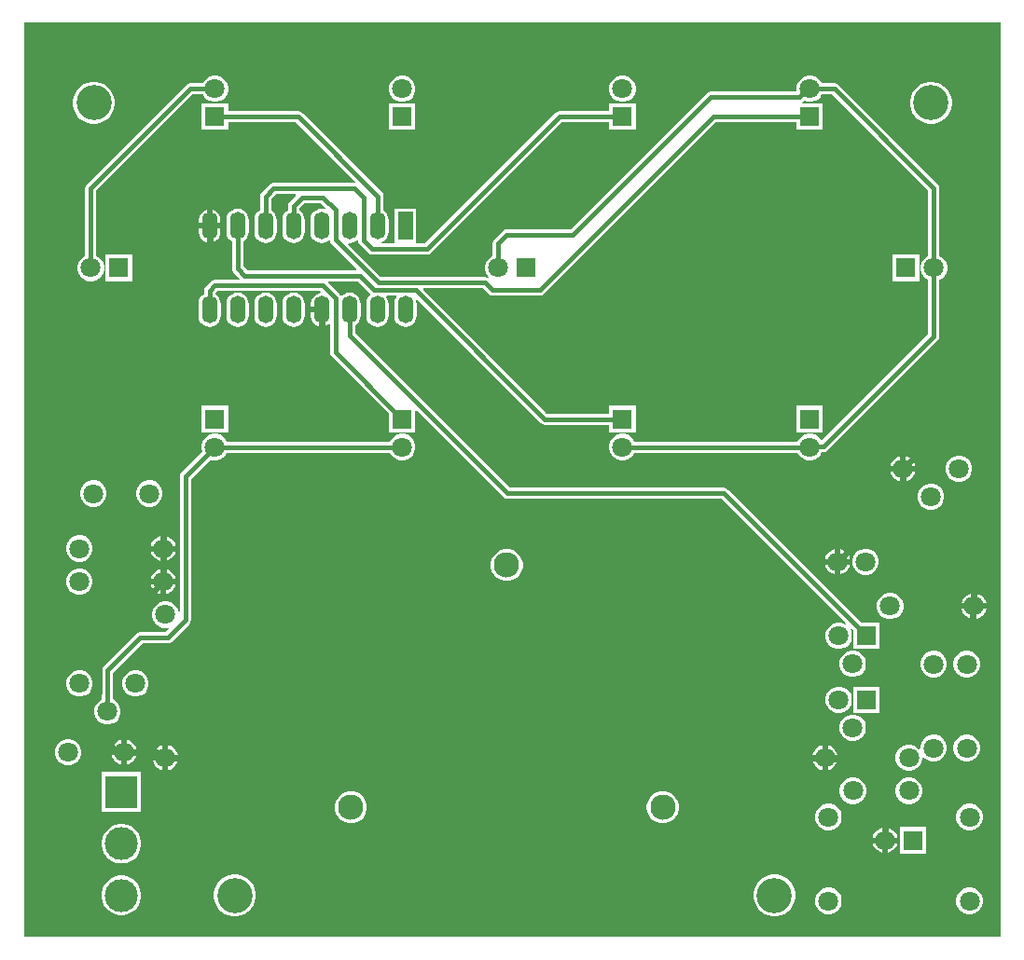
<source format=gbl>
G04*
G04 #@! TF.GenerationSoftware,Altium Limited,Altium Designer,22.1.2 (22)*
G04*
G04 Layer_Physical_Order=2*
G04 Layer_Color=16711680*
%FSLAX25Y25*%
%MOIN*%
G70*
G04*
G04 #@! TF.SameCoordinates,0AB73392-B4F8-4B41-AFD0-4ADCA8AC720B*
G04*
G04*
G04 #@! TF.FilePolarity,Positive*
G04*
G01*
G75*
%ADD13C,0.01575*%
%ADD23C,0.02362*%
%ADD24R,0.07087X0.07087*%
%ADD25C,0.07087*%
%ADD26R,0.07087X0.07087*%
%ADD27R,0.11811X0.11811*%
%ADD28C,0.11811*%
%ADD29C,0.12598*%
%ADD30C,0.09055*%
%ADD31R,0.05512X0.09843*%
%ADD32O,0.05512X0.09843*%
G36*
X349591Y803D02*
X803D01*
Y327937D01*
X349591D01*
Y803D01*
D02*
G37*
%LPC*%
G36*
X215189Y308937D02*
X213945D01*
X212743Y308615D01*
X211666Y307993D01*
X210787Y307113D01*
X210164Y306036D01*
X209842Y304835D01*
Y303591D01*
X210164Y302389D01*
X210787Y301312D01*
X211666Y300432D01*
X212743Y299810D01*
X213945Y299488D01*
X215189D01*
X216390Y299810D01*
X217468Y300432D01*
X218347Y301312D01*
X218969Y302389D01*
X219291Y303591D01*
Y304835D01*
X218969Y306036D01*
X218347Y307113D01*
X217468Y307993D01*
X216390Y308615D01*
X215189Y308937D01*
D02*
G37*
G36*
X136449D02*
X135205D01*
X134003Y308615D01*
X132926Y307993D01*
X132046Y307113D01*
X131424Y306036D01*
X131102Y304835D01*
Y303591D01*
X131424Y302389D01*
X132046Y301312D01*
X132926Y300432D01*
X134003Y299810D01*
X135205Y299488D01*
X136449D01*
X137650Y299810D01*
X138728Y300432D01*
X139607Y301312D01*
X140229Y302389D01*
X140551Y303591D01*
Y304835D01*
X140229Y306036D01*
X139607Y307113D01*
X138728Y307993D01*
X137650Y308615D01*
X136449Y308937D01*
D02*
G37*
G36*
X69520D02*
X68276D01*
X67074Y308615D01*
X65997Y307993D01*
X65117Y307113D01*
X64601Y306220D01*
X60118D01*
X59350Y306067D01*
X58699Y305632D01*
X23108Y270041D01*
X22673Y269390D01*
X22521Y268622D01*
Y244454D01*
X21627Y243938D01*
X20747Y243058D01*
X20125Y241981D01*
X19803Y240779D01*
Y239535D01*
X20125Y238334D01*
X20747Y237257D01*
X21627Y236377D01*
X22704Y235755D01*
X23906Y235433D01*
X25150D01*
X26351Y235755D01*
X27428Y236377D01*
X28308Y237257D01*
X28930Y238334D01*
X29252Y239535D01*
Y240779D01*
X28930Y241981D01*
X28308Y243058D01*
X27428Y243938D01*
X26535Y244454D01*
Y267791D01*
X60949Y302205D01*
X64601D01*
X65117Y301312D01*
X65997Y300432D01*
X67074Y299810D01*
X68276Y299488D01*
X69520D01*
X70721Y299810D01*
X71798Y300432D01*
X72678Y301312D01*
X73300Y302389D01*
X73622Y303591D01*
Y304835D01*
X73300Y306036D01*
X72678Y307113D01*
X71798Y307993D01*
X70721Y308615D01*
X69520Y308937D01*
D02*
G37*
G36*
X325540Y306693D02*
X324066D01*
X322621Y306405D01*
X321260Y305842D01*
X320035Y305023D01*
X318993Y303981D01*
X318174Y302756D01*
X317610Y301395D01*
X317323Y299949D01*
Y298476D01*
X317610Y297031D01*
X318174Y295669D01*
X318993Y294444D01*
X320035Y293402D01*
X321260Y292584D01*
X322621Y292020D01*
X324066Y291732D01*
X325540D01*
X326985Y292020D01*
X328346Y292584D01*
X329572Y293402D01*
X330613Y294444D01*
X331432Y295669D01*
X331996Y297031D01*
X332283Y298476D01*
Y299949D01*
X331996Y301395D01*
X331432Y302756D01*
X330613Y303981D01*
X329572Y305023D01*
X328346Y305842D01*
X326985Y306405D01*
X325540Y306693D01*
D02*
G37*
G36*
X26327D02*
X24854D01*
X23409Y306405D01*
X22047Y305842D01*
X20822Y305023D01*
X19780Y303981D01*
X18962Y302756D01*
X18398Y301395D01*
X18110Y299949D01*
Y298476D01*
X18398Y297031D01*
X18962Y295669D01*
X19780Y294444D01*
X20822Y293402D01*
X22047Y292584D01*
X23409Y292020D01*
X24854Y291732D01*
X26327D01*
X27772Y292020D01*
X29134Y292584D01*
X30359Y293402D01*
X31401Y294444D01*
X32219Y295669D01*
X32783Y297031D01*
X33071Y298476D01*
Y299949D01*
X32783Y301395D01*
X32219Y302756D01*
X31401Y303981D01*
X30359Y305023D01*
X29134Y305842D01*
X27772Y306405D01*
X26327Y306693D01*
D02*
G37*
G36*
X140551Y298937D02*
X131102D01*
Y289488D01*
X140551D01*
Y298937D01*
D02*
G37*
G36*
X67968Y260974D02*
Y256157D01*
X70757D01*
Y257323D01*
X70628Y258303D01*
X70249Y259217D01*
X69647Y260002D01*
X68863Y260604D01*
X67968Y260974D01*
D02*
G37*
G36*
X65969Y260974D02*
X65074Y260604D01*
X64290Y260002D01*
X63688Y259217D01*
X63309Y258303D01*
X63180Y257323D01*
Y256157D01*
X65969D01*
Y260974D01*
D02*
G37*
G36*
X70757Y254157D02*
X67968D01*
Y249341D01*
X68863Y249711D01*
X69647Y250313D01*
X70249Y251098D01*
X70628Y252012D01*
X70757Y252992D01*
Y254157D01*
D02*
G37*
G36*
X65969D02*
X63180D01*
Y252992D01*
X63309Y252012D01*
X63688Y251098D01*
X64290Y250313D01*
X65074Y249711D01*
X65969Y249341D01*
Y254157D01*
D02*
G37*
G36*
X320590Y244882D02*
X311142D01*
Y235433D01*
X320590D01*
Y244882D01*
D02*
G37*
G36*
X39252D02*
X29803D01*
Y235433D01*
X39252D01*
Y244882D01*
D02*
G37*
G36*
X105968Y224158D02*
X103180D01*
Y222992D01*
X103309Y222012D01*
X103688Y221098D01*
X104290Y220313D01*
X105074Y219711D01*
X105968Y219341D01*
Y224158D01*
D02*
G37*
G36*
X96969Y231294D02*
X95941Y231158D01*
X94983Y230762D01*
X94161Y230131D01*
X93529Y229308D01*
X93133Y228351D01*
X92997Y227323D01*
Y222992D01*
X93133Y221964D01*
X93529Y221007D01*
X94161Y220184D01*
X94983Y219553D01*
X95941Y219157D01*
X96969Y219021D01*
X97996Y219157D01*
X98954Y219553D01*
X99776Y220184D01*
X100407Y221007D01*
X100804Y221964D01*
X100940Y222992D01*
Y227323D01*
X100804Y228351D01*
X100407Y229308D01*
X99776Y230131D01*
X98954Y230762D01*
X97996Y231158D01*
X96969Y231294D01*
D02*
G37*
G36*
X86968D02*
X85941Y231158D01*
X84983Y230762D01*
X84161Y230131D01*
X83530Y229308D01*
X83133Y228351D01*
X82998Y227323D01*
Y222992D01*
X83133Y221964D01*
X83530Y221007D01*
X84161Y220184D01*
X84983Y219553D01*
X85941Y219157D01*
X86968Y219021D01*
X87996Y219157D01*
X88954Y219553D01*
X89776Y220184D01*
X90407Y221007D01*
X90804Y221964D01*
X90939Y222992D01*
Y227323D01*
X90804Y228351D01*
X90407Y229308D01*
X89776Y230131D01*
X88954Y230762D01*
X87996Y231158D01*
X86968Y231294D01*
D02*
G37*
G36*
X76968D02*
X75941Y231158D01*
X74983Y230762D01*
X74161Y230131D01*
X73529Y229308D01*
X73133Y228351D01*
X72997Y227323D01*
Y222992D01*
X73133Y221964D01*
X73529Y221007D01*
X74161Y220184D01*
X74983Y219553D01*
X75941Y219157D01*
X76968Y219021D01*
X77996Y219157D01*
X78954Y219553D01*
X79776Y220184D01*
X80407Y221007D01*
X80804Y221964D01*
X80940Y222992D01*
Y227323D01*
X80804Y228351D01*
X80407Y229308D01*
X79776Y230131D01*
X78954Y230762D01*
X77996Y231158D01*
X76968Y231294D01*
D02*
G37*
G36*
X286220Y190827D02*
X276772D01*
Y181378D01*
X286220D01*
Y190827D01*
D02*
G37*
G36*
X73622D02*
X64173D01*
Y181378D01*
X73622D01*
Y190827D01*
D02*
G37*
G36*
X282118Y308937D02*
X280874D01*
X279673Y308615D01*
X278595Y307993D01*
X277716Y307113D01*
X277094Y306036D01*
X276772Y304835D01*
Y303591D01*
X276779Y303565D01*
X276474Y303168D01*
X246043D01*
X245275Y303015D01*
X244624Y302580D01*
X196019Y253976D01*
X173228D01*
X172460Y253823D01*
X171809Y253388D01*
X168778Y250356D01*
X168342Y249705D01*
X168190Y248937D01*
Y244454D01*
X167296Y243938D01*
X166416Y243058D01*
X165794Y241981D01*
X165472Y240779D01*
Y239535D01*
X165794Y238334D01*
X166416Y237257D01*
X166657Y237016D01*
X166339Y236627D01*
X166258Y236681D01*
X165490Y236834D01*
X128209D01*
X116459Y248584D01*
X116693Y249057D01*
X116969Y249021D01*
X117996Y249156D01*
X118954Y249553D01*
X119540Y250003D01*
X119633Y250002D01*
X120082Y249790D01*
X120193Y249232D01*
X120628Y248581D01*
X123778Y245431D01*
X124429Y244996D01*
X125197Y244843D01*
X144682D01*
X145450Y244996D01*
X146101Y245431D01*
X192876Y292206D01*
X209842D01*
Y289488D01*
X219291D01*
Y298937D01*
X209842D01*
Y296220D01*
X192044D01*
X191276Y296067D01*
X190625Y295632D01*
X143851Y248857D01*
X141324D01*
X140905Y249055D01*
X140905Y249358D01*
Y261260D01*
X133031D01*
Y249358D01*
X133031Y249055D01*
X132613Y248857D01*
X128581D01*
X128481Y249358D01*
X128954Y249553D01*
X129776Y250184D01*
X130407Y251007D01*
X130804Y251964D01*
X130939Y252992D01*
Y257323D01*
X130804Y258351D01*
X130407Y259308D01*
X129776Y260131D01*
X129172Y260594D01*
Y265748D01*
X129020Y266516D01*
X128585Y267167D01*
X100120Y295632D01*
X99469Y296067D01*
X98701Y296220D01*
X73622D01*
Y298937D01*
X64173D01*
Y289488D01*
X73622D01*
Y292206D01*
X97869D01*
X119093Y270982D01*
X118937Y270605D01*
X118857Y270511D01*
X89764D01*
X88996Y270358D01*
X88345Y269923D01*
X85589Y267167D01*
X85154Y266516D01*
X85001Y265748D01*
Y260769D01*
X84983Y260762D01*
X84161Y260131D01*
X83530Y259308D01*
X83133Y258351D01*
X82998Y257323D01*
Y252992D01*
X83133Y251964D01*
X83530Y251007D01*
X84161Y250184D01*
X84983Y249553D01*
X85941Y249156D01*
X86968Y249021D01*
X87996Y249156D01*
X88954Y249553D01*
X89776Y250184D01*
X90407Y251007D01*
X90804Y251964D01*
X90939Y252992D01*
Y257323D01*
X90804Y258351D01*
X90407Y259308D01*
X89776Y260131D01*
X89015Y260715D01*
Y264917D01*
X90595Y266497D01*
X97651D01*
X97842Y266035D01*
X95549Y263742D01*
X95114Y263091D01*
X94961Y262323D01*
Y260745D01*
X94161Y260131D01*
X93529Y259308D01*
X93133Y258351D01*
X92997Y257323D01*
Y252992D01*
X93133Y251964D01*
X93529Y251007D01*
X94161Y250184D01*
X94983Y249553D01*
X95941Y249156D01*
X96969Y249021D01*
X97996Y249156D01*
X98954Y249553D01*
X99776Y250184D01*
X100407Y251007D01*
X100804Y251964D01*
X100940Y252992D01*
Y257323D01*
X100804Y258351D01*
X100407Y259308D01*
X99776Y260131D01*
X98976Y260745D01*
Y261491D01*
X100831Y263347D01*
X106649D01*
X108509Y261487D01*
X108226Y261064D01*
X107996Y261158D01*
X106968Y261294D01*
X105941Y261158D01*
X104983Y260762D01*
X104161Y260131D01*
X103530Y259308D01*
X103133Y258351D01*
X102998Y257323D01*
Y252992D01*
X103133Y251964D01*
X103530Y251007D01*
X104161Y250184D01*
X104983Y249553D01*
X105941Y249156D01*
X106968Y249021D01*
X107996Y249156D01*
X108954Y249553D01*
X109531Y249996D01*
X110082Y249789D01*
X110154Y249429D01*
X110589Y248778D01*
X119496Y239871D01*
X119304Y239409D01*
X80359D01*
X78976Y240792D01*
Y249570D01*
X79776Y250184D01*
X80407Y251007D01*
X80804Y251964D01*
X80940Y252992D01*
Y257323D01*
X80804Y258351D01*
X80407Y259308D01*
X79776Y260131D01*
X78954Y260762D01*
X77996Y261158D01*
X76968Y261294D01*
X75941Y261158D01*
X74983Y260762D01*
X74161Y260131D01*
X73529Y259308D01*
X73133Y258351D01*
X72997Y257323D01*
Y252992D01*
X73133Y251964D01*
X73529Y251007D01*
X74161Y250184D01*
X74961Y249570D01*
Y239961D01*
X75114Y239193D01*
X75549Y238541D01*
X77725Y236365D01*
X77518Y235865D01*
X68898D01*
X68130Y235713D01*
X67478Y235278D01*
X65549Y233348D01*
X65114Y232697D01*
X64961Y231929D01*
Y230745D01*
X64161Y230131D01*
X63529Y229308D01*
X63133Y228351D01*
X62998Y227323D01*
Y222992D01*
X63133Y221964D01*
X63529Y221007D01*
X64161Y220184D01*
X64983Y219553D01*
X65941Y219157D01*
X66969Y219021D01*
X67996Y219157D01*
X68954Y219553D01*
X69776Y220184D01*
X70407Y221007D01*
X70804Y221964D01*
X70939Y222992D01*
Y227323D01*
X70804Y228351D01*
X70407Y229308D01*
X69776Y230131D01*
X69100Y230649D01*
X69075Y231197D01*
X69729Y231851D01*
X106495D01*
X106736Y231551D01*
X106551Y231056D01*
X105988Y230982D01*
X105074Y230604D01*
X104290Y230002D01*
X103688Y229217D01*
X103309Y228303D01*
X103180Y227323D01*
Y226157D01*
X106968D01*
Y225157D01*
X107968D01*
Y219341D01*
X108863Y219711D01*
X109501Y220201D01*
X110001Y220002D01*
Y209921D01*
X110154Y209153D01*
X110589Y208502D01*
X131102Y187988D01*
Y181378D01*
X140551D01*
Y189028D01*
X141013Y189219D01*
X172065Y158167D01*
X172716Y157732D01*
X173484Y157580D01*
X249976D01*
X294521Y113034D01*
X294215Y112634D01*
X293674Y112946D01*
X292472Y113268D01*
X291228D01*
X290027Y112946D01*
X288949Y112324D01*
X288070Y111444D01*
X287448Y110367D01*
X287126Y109165D01*
Y107921D01*
X287448Y106720D01*
X288070Y105642D01*
X288949Y104763D01*
X290027Y104141D01*
X291228Y103819D01*
X292472D01*
X293674Y104141D01*
X294751Y104763D01*
X295631Y105642D01*
X296253Y106720D01*
X296575Y107921D01*
Y109165D01*
X296253Y110367D01*
X295941Y110907D01*
X296341Y111214D01*
X297126Y110429D01*
Y103819D01*
X306575D01*
Y113268D01*
X299964D01*
X252226Y161006D01*
X251575Y161441D01*
X250807Y161594D01*
X174316D01*
X118976Y216934D01*
Y219570D01*
X119776Y220184D01*
X120407Y221007D01*
X120804Y221964D01*
X120940Y222992D01*
Y227323D01*
X120804Y228351D01*
X120407Y229308D01*
X119776Y230131D01*
X118954Y230762D01*
X117996Y231158D01*
X116969Y231294D01*
X115941Y231158D01*
X114983Y230762D01*
X114316Y230250D01*
X114293Y230243D01*
X113812Y230293D01*
X113696Y230347D01*
X113427Y230750D01*
X109283Y234894D01*
X109490Y235395D01*
X119820D01*
X124327Y230888D01*
X124403Y230619D01*
X124412Y230324D01*
X124161Y230131D01*
X123530Y229308D01*
X123133Y228351D01*
X122997Y227323D01*
Y222992D01*
X123133Y221964D01*
X123530Y221007D01*
X124161Y220184D01*
X124983Y219553D01*
X125941Y219157D01*
X126969Y219021D01*
X127996Y219157D01*
X128954Y219553D01*
X129776Y220184D01*
X130407Y221007D01*
X130804Y221964D01*
X130939Y222992D01*
Y227323D01*
X130804Y228351D01*
X130407Y229308D01*
X130072Y229745D01*
X130319Y230245D01*
X133618D01*
X133864Y229745D01*
X133529Y229308D01*
X133133Y228351D01*
X132998Y227323D01*
Y222992D01*
X133133Y221964D01*
X133529Y221007D01*
X134161Y220184D01*
X134983Y219553D01*
X135941Y219157D01*
X136969Y219021D01*
X137996Y219157D01*
X138954Y219553D01*
X139776Y220184D01*
X140407Y221007D01*
X140804Y221964D01*
X140939Y222992D01*
Y227323D01*
X140804Y228351D01*
X140709Y228580D01*
X141133Y228863D01*
X185313Y184683D01*
X185964Y184248D01*
X186732Y184095D01*
X209842D01*
Y181378D01*
X219291D01*
Y190827D01*
X209842D01*
Y188109D01*
X187564D01*
X143315Y232358D01*
X143507Y232820D01*
X164659D01*
X166614Y230864D01*
X167265Y230429D01*
X168033Y230276D01*
X185039D01*
X185807Y230429D01*
X186459Y230864D01*
X247800Y292206D01*
X276772D01*
Y289488D01*
X286220D01*
Y298937D01*
X278932D01*
X278780Y299437D01*
X279237Y299742D01*
X279439Y299945D01*
X279673Y299810D01*
X280874Y299488D01*
X282118D01*
X283320Y299810D01*
X284397Y300432D01*
X285277Y301312D01*
X285792Y302205D01*
X289444D01*
X323859Y267791D01*
Y244454D01*
X322965Y243938D01*
X322086Y243058D01*
X321464Y241981D01*
X321142Y240779D01*
Y239535D01*
X321464Y238334D01*
X322086Y237257D01*
X322965Y236377D01*
X323859Y235861D01*
Y216461D01*
X285979Y178581D01*
X285483Y178646D01*
X285277Y179003D01*
X284397Y179883D01*
X283320Y180505D01*
X282118Y180827D01*
X280874D01*
X279673Y180505D01*
X278595Y179883D01*
X277716Y179003D01*
X277200Y178109D01*
X218863D01*
X218347Y179003D01*
X217468Y179883D01*
X216390Y180505D01*
X215189Y180827D01*
X213945D01*
X212743Y180505D01*
X211666Y179883D01*
X210787Y179003D01*
X210164Y177926D01*
X209842Y176724D01*
Y175480D01*
X210164Y174279D01*
X210787Y173202D01*
X211666Y172322D01*
X212743Y171700D01*
X213945Y171378D01*
X215189D01*
X216390Y171700D01*
X217468Y172322D01*
X218347Y173202D01*
X218863Y174095D01*
X277200D01*
X277716Y173202D01*
X278595Y172322D01*
X279673Y171700D01*
X280874Y171378D01*
X282118D01*
X283320Y171700D01*
X284397Y172322D01*
X285277Y173202D01*
X285874Y174236D01*
X286479D01*
X287247Y174389D01*
X287898Y174824D01*
X327285Y214211D01*
X327720Y214862D01*
X327873Y215630D01*
Y235861D01*
X328767Y236377D01*
X329647Y237257D01*
X330269Y238334D01*
X330591Y239535D01*
Y240779D01*
X330269Y241981D01*
X329647Y243058D01*
X328767Y243938D01*
X327873Y244454D01*
Y268622D01*
X327720Y269390D01*
X327285Y270041D01*
X291695Y305632D01*
X291044Y306067D01*
X290276Y306220D01*
X285792D01*
X285277Y307113D01*
X284397Y307993D01*
X283320Y308615D01*
X282118Y308937D01*
D02*
G37*
G36*
X136449Y180827D02*
X135205D01*
X134003Y180505D01*
X132926Y179883D01*
X132046Y179003D01*
X131530Y178109D01*
X73194D01*
X72678Y179003D01*
X71798Y179883D01*
X70721Y180505D01*
X69520Y180827D01*
X68276D01*
X67074Y180505D01*
X65997Y179883D01*
X65117Y179003D01*
X64495Y177926D01*
X64173Y176724D01*
Y175480D01*
X64440Y174484D01*
X56878Y166921D01*
X56443Y166270D01*
X56290Y165502D01*
Y117261D01*
X55790Y117195D01*
X55584Y117965D01*
X54962Y119043D01*
X54082Y119922D01*
X53005Y120544D01*
X51803Y120866D01*
X50559D01*
X49358Y120544D01*
X48280Y119922D01*
X47401Y119043D01*
X46779Y117965D01*
X46457Y116764D01*
Y115520D01*
X46779Y114318D01*
X47401Y113241D01*
X48280Y112361D01*
X49358Y111739D01*
X50559Y111417D01*
X51803D01*
X52059Y111486D01*
X52309Y111053D01*
X51137Y109881D01*
X42126D01*
X41358Y109728D01*
X40707Y109293D01*
X29093Y97679D01*
X28657Y97028D01*
X28505Y96260D01*
Y85832D01*
X27611Y85316D01*
X26731Y84436D01*
X26109Y83359D01*
X25787Y82157D01*
Y80914D01*
X26109Y79712D01*
X26731Y78635D01*
X27611Y77755D01*
X28688Y77133D01*
X29890Y76811D01*
X31134D01*
X32335Y77133D01*
X33413Y77755D01*
X34292Y78635D01*
X34914Y79712D01*
X35236Y80914D01*
Y82157D01*
X34914Y83359D01*
X34292Y84436D01*
X33413Y85316D01*
X32519Y85832D01*
Y95429D01*
X42957Y105867D01*
X51968D01*
X52737Y106020D01*
X53388Y106455D01*
X59716Y112783D01*
X60151Y113434D01*
X60304Y114202D01*
Y164670D01*
X67279Y171645D01*
X68276Y171378D01*
X69520D01*
X70721Y171700D01*
X71798Y172322D01*
X72678Y173202D01*
X73194Y174095D01*
X131530D01*
X132046Y173202D01*
X132926Y172322D01*
X134003Y171700D01*
X135205Y171378D01*
X136449D01*
X137650Y171700D01*
X138728Y172322D01*
X139607Y173202D01*
X140229Y174279D01*
X140551Y175480D01*
Y176724D01*
X140229Y177926D01*
X139607Y179003D01*
X138728Y179883D01*
X137650Y180505D01*
X136449Y180827D01*
D02*
G37*
G36*
X315803Y172743D02*
Y169307D01*
X319239D01*
X319037Y170061D01*
X318439Y171097D01*
X317593Y171943D01*
X316557Y172541D01*
X315803Y172743D01*
D02*
G37*
G36*
X313803D02*
X313050Y172541D01*
X312014Y171943D01*
X311168Y171097D01*
X310570Y170061D01*
X310367Y169307D01*
X313803D01*
Y172743D01*
D02*
G37*
G36*
X319239Y167307D02*
X315803D01*
Y163872D01*
X316557Y164073D01*
X317593Y164672D01*
X318439Y165517D01*
X319037Y166553D01*
X319239Y167307D01*
D02*
G37*
G36*
X313803D02*
X310367D01*
X310570Y166553D01*
X311168Y165517D01*
X312014Y164672D01*
X313050Y164073D01*
X313803Y163872D01*
Y167307D01*
D02*
G37*
G36*
X335425Y173031D02*
X334181D01*
X332980Y172710D01*
X331902Y172088D01*
X331023Y171208D01*
X330401Y170131D01*
X330079Y168929D01*
Y167685D01*
X330401Y166483D01*
X331023Y165406D01*
X331902Y164527D01*
X332980Y163905D01*
X334181Y163583D01*
X335425D01*
X336627Y163905D01*
X337704Y164527D01*
X338584Y165406D01*
X339206Y166483D01*
X339528Y167685D01*
Y168929D01*
X339206Y170131D01*
X338584Y171208D01*
X337704Y172088D01*
X336627Y172710D01*
X335425Y173031D01*
D02*
G37*
G36*
X46055Y164173D02*
X44811D01*
X43609Y163851D01*
X42532Y163229D01*
X41653Y162350D01*
X41031Y161272D01*
X40709Y160071D01*
Y158827D01*
X41031Y157625D01*
X41653Y156548D01*
X42532Y155668D01*
X43609Y155046D01*
X44811Y154724D01*
X46055D01*
X47257Y155046D01*
X48334Y155668D01*
X49213Y156548D01*
X49836Y157625D01*
X50157Y158827D01*
Y160071D01*
X49836Y161272D01*
X49213Y162350D01*
X48334Y163229D01*
X47257Y163851D01*
X46055Y164173D01*
D02*
G37*
G36*
X26055D02*
X24811D01*
X23609Y163851D01*
X22532Y163229D01*
X21653Y162350D01*
X21031Y161272D01*
X20709Y160071D01*
Y158827D01*
X21031Y157625D01*
X21653Y156548D01*
X22532Y155668D01*
X23609Y155046D01*
X24811Y154724D01*
X26055D01*
X27257Y155046D01*
X28334Y155668D01*
X29214Y156548D01*
X29836Y157625D01*
X30158Y158827D01*
Y160071D01*
X29836Y161272D01*
X29214Y162350D01*
X28334Y163229D01*
X27257Y163851D01*
X26055Y164173D01*
D02*
G37*
G36*
X325425Y163031D02*
X324181D01*
X322980Y162709D01*
X321902Y162088D01*
X321023Y161208D01*
X320401Y160131D01*
X320079Y158929D01*
Y157685D01*
X320401Y156483D01*
X321023Y155406D01*
X321902Y154527D01*
X322980Y153905D01*
X324181Y153583D01*
X325425D01*
X326627Y153905D01*
X327704Y154527D01*
X328584Y155406D01*
X329206Y156483D01*
X329528Y157685D01*
Y158929D01*
X329206Y160131D01*
X328584Y161208D01*
X327704Y162088D01*
X326627Y162709D01*
X325425Y163031D01*
D02*
G37*
G36*
X51433Y144199D02*
Y140764D01*
X54869D01*
X54667Y141517D01*
X54069Y142553D01*
X53223Y143399D01*
X52187Y143998D01*
X51433Y144199D01*
D02*
G37*
G36*
X49433Y144199D02*
X48679Y143998D01*
X47643Y143399D01*
X46797Y142553D01*
X46199Y141517D01*
X45997Y140764D01*
X49433D01*
Y144199D01*
D02*
G37*
G36*
X292457Y139475D02*
Y136039D01*
X295892D01*
X295690Y136793D01*
X295092Y137829D01*
X294246Y138675D01*
X293210Y139273D01*
X292457Y139475D01*
D02*
G37*
G36*
X290457Y139475D02*
X289703Y139273D01*
X288667Y138675D01*
X287821Y137829D01*
X287223Y136793D01*
X287021Y136039D01*
X290457D01*
Y139475D01*
D02*
G37*
G36*
X54869Y138764D02*
X51433D01*
Y135328D01*
X52187Y135530D01*
X53223Y136128D01*
X54069Y136974D01*
X54667Y138010D01*
X54869Y138764D01*
D02*
G37*
G36*
X49433D02*
X45997D01*
X46199Y138010D01*
X46797Y136974D01*
X47643Y136128D01*
X48679Y135530D01*
X49433Y135328D01*
Y138764D01*
D02*
G37*
G36*
X21055Y144488D02*
X19811D01*
X18609Y144166D01*
X17532Y143544D01*
X16653Y142665D01*
X16031Y141587D01*
X15709Y140386D01*
Y139142D01*
X16031Y137940D01*
X16653Y136863D01*
X17532Y135983D01*
X18609Y135361D01*
X19811Y135039D01*
X21055D01*
X22257Y135361D01*
X23334Y135983D01*
X24214Y136863D01*
X24836Y137940D01*
X25157Y139142D01*
Y140386D01*
X24836Y141587D01*
X24214Y142665D01*
X23334Y143544D01*
X22257Y144166D01*
X21055Y144488D01*
D02*
G37*
G36*
X290457Y134039D02*
X287021D01*
X287223Y133286D01*
X287821Y132250D01*
X288667Y131404D01*
X289703Y130806D01*
X290457Y130604D01*
Y134039D01*
D02*
G37*
G36*
X295892D02*
X292457D01*
Y130604D01*
X293210Y130806D01*
X294246Y131404D01*
X295092Y132250D01*
X295690Y133286D01*
X295892Y134039D01*
D02*
G37*
G36*
X302079Y139764D02*
X300835D01*
X299633Y139442D01*
X298556Y138820D01*
X297676Y137940D01*
X297054Y136863D01*
X296732Y135661D01*
Y134417D01*
X297054Y133216D01*
X297676Y132139D01*
X298556Y131259D01*
X299633Y130637D01*
X300835Y130315D01*
X302079D01*
X303280Y130637D01*
X304358Y131259D01*
X305237Y132139D01*
X305859Y133216D01*
X306181Y134417D01*
Y135661D01*
X305859Y136863D01*
X305237Y137940D01*
X304358Y138820D01*
X303280Y139442D01*
X302079Y139764D01*
D02*
G37*
G36*
X51433Y132388D02*
Y128953D01*
X54869D01*
X54667Y129706D01*
X54069Y130742D01*
X53223Y131588D01*
X52187Y132186D01*
X51433Y132388D01*
D02*
G37*
G36*
X49433Y132388D02*
X48679Y132186D01*
X47643Y131588D01*
X46797Y130742D01*
X46199Y129706D01*
X45998Y128953D01*
X49433D01*
Y132388D01*
D02*
G37*
G36*
X173980Y139567D02*
X172477D01*
X171025Y139178D01*
X169723Y138426D01*
X168660Y137364D01*
X167909Y136062D01*
X167520Y134610D01*
Y133107D01*
X167909Y131655D01*
X168660Y130353D01*
X169723Y129290D01*
X171025Y128539D01*
X172477Y128150D01*
X173980D01*
X175432Y128539D01*
X176734Y129290D01*
X177796Y130353D01*
X178548Y131655D01*
X178937Y133107D01*
Y134610D01*
X178548Y136062D01*
X177796Y137364D01*
X176734Y138426D01*
X175432Y139178D01*
X173980Y139567D01*
D02*
G37*
G36*
X54869Y126953D02*
X51433D01*
Y123517D01*
X52187Y123719D01*
X53223Y124317D01*
X54069Y125163D01*
X54667Y126199D01*
X54869Y126953D01*
D02*
G37*
G36*
X49433D02*
X45997D01*
X46199Y126199D01*
X46797Y125163D01*
X47643Y124317D01*
X48679Y123719D01*
X49433Y123517D01*
Y126953D01*
D02*
G37*
G36*
X21055Y132677D02*
X19811D01*
X18609Y132355D01*
X17532Y131733D01*
X16653Y130854D01*
X16031Y129776D01*
X15709Y128575D01*
Y127331D01*
X16031Y126129D01*
X16653Y125052D01*
X17532Y124172D01*
X18609Y123550D01*
X19811Y123228D01*
X21055D01*
X22257Y123550D01*
X23334Y124172D01*
X24214Y125052D01*
X24836Y126129D01*
X25157Y127331D01*
Y128575D01*
X24836Y129776D01*
X24214Y130854D01*
X23334Y131733D01*
X22257Y132355D01*
X21055Y132677D01*
D02*
G37*
G36*
X341197Y123628D02*
Y120193D01*
X344633D01*
X344430Y120947D01*
X343832Y121983D01*
X342986Y122828D01*
X341950Y123427D01*
X341197Y123628D01*
D02*
G37*
G36*
X339197Y123628D02*
X338443Y123427D01*
X337407Y122828D01*
X336561Y121983D01*
X335963Y120947D01*
X335761Y120193D01*
X339197D01*
Y123628D01*
D02*
G37*
G36*
Y118193D02*
X335761D01*
X335963Y117439D01*
X336561Y116403D01*
X337407Y115557D01*
X338443Y114959D01*
X339197Y114757D01*
Y118193D01*
D02*
G37*
G36*
X344633D02*
X341197D01*
Y114757D01*
X341950Y114959D01*
X342986Y115557D01*
X343832Y116403D01*
X344430Y117439D01*
X344633Y118193D01*
D02*
G37*
G36*
X310819Y123917D02*
X309575D01*
X308373Y123595D01*
X307296Y122973D01*
X306416Y122094D01*
X305794Y121017D01*
X305472Y119815D01*
Y118571D01*
X305794Y117369D01*
X306416Y116292D01*
X307296Y115412D01*
X308373Y114790D01*
X309575Y114469D01*
X310819D01*
X312020Y114790D01*
X313098Y115412D01*
X313977Y116292D01*
X314599Y117369D01*
X314921Y118571D01*
Y119815D01*
X314599Y121017D01*
X313977Y122094D01*
X313098Y122973D01*
X312020Y123595D01*
X310819Y123917D01*
D02*
G37*
G36*
X297472Y103268D02*
X296228D01*
X295027Y102946D01*
X293950Y102324D01*
X293070Y101444D01*
X292448Y100367D01*
X292126Y99165D01*
Y97921D01*
X292448Y96720D01*
X293070Y95643D01*
X293950Y94763D01*
X295027Y94141D01*
X296228Y93819D01*
X297472D01*
X298674Y94141D01*
X299751Y94763D01*
X300631Y95643D01*
X301253Y96720D01*
X301575Y97921D01*
Y99165D01*
X301253Y100367D01*
X300631Y101444D01*
X299751Y102324D01*
X298674Y102946D01*
X297472Y103268D01*
D02*
G37*
G36*
X338220Y103150D02*
X336977D01*
X335775Y102828D01*
X334698Y102206D01*
X333818Y101326D01*
X333196Y100249D01*
X332874Y99047D01*
Y97803D01*
X333196Y96602D01*
X333818Y95524D01*
X334698Y94645D01*
X335775Y94023D01*
X336977Y93701D01*
X338220D01*
X339422Y94023D01*
X340499Y94645D01*
X341379Y95524D01*
X342001Y96602D01*
X342323Y97803D01*
Y99047D01*
X342001Y100249D01*
X341379Y101326D01*
X340499Y102206D01*
X339422Y102828D01*
X338220Y103150D01*
D02*
G37*
G36*
X326409D02*
X325165D01*
X323964Y102828D01*
X322886Y102206D01*
X322007Y101326D01*
X321385Y100249D01*
X321063Y99047D01*
Y97803D01*
X321385Y96602D01*
X322007Y95524D01*
X322886Y94645D01*
X323964Y94023D01*
X325165Y93701D01*
X326409D01*
X327611Y94023D01*
X328688Y94645D01*
X329568Y95524D01*
X330190Y96602D01*
X330512Y97803D01*
Y99047D01*
X330190Y100249D01*
X329568Y101326D01*
X328688Y102206D01*
X327611Y102828D01*
X326409Y103150D01*
D02*
G37*
G36*
X41134Y96260D02*
X39890D01*
X38688Y95938D01*
X37611Y95316D01*
X36731Y94436D01*
X36109Y93359D01*
X35787Y92157D01*
Y90913D01*
X36109Y89712D01*
X36731Y88635D01*
X37611Y87755D01*
X38688Y87133D01*
X39890Y86811D01*
X41134D01*
X42335Y87133D01*
X43413Y87755D01*
X44292Y88635D01*
X44914Y89712D01*
X45236Y90913D01*
Y92157D01*
X44914Y93359D01*
X44292Y94436D01*
X43413Y95316D01*
X42335Y95938D01*
X41134Y96260D01*
D02*
G37*
G36*
X21134D02*
X19890D01*
X18688Y95938D01*
X17611Y95316D01*
X16731Y94436D01*
X16109Y93359D01*
X15787Y92157D01*
Y90913D01*
X16109Y89712D01*
X16731Y88635D01*
X17611Y87755D01*
X18688Y87133D01*
X19890Y86811D01*
X21134D01*
X22335Y87133D01*
X23413Y87755D01*
X24292Y88635D01*
X24914Y89712D01*
X25236Y90913D01*
Y92157D01*
X24914Y93359D01*
X24292Y94436D01*
X23413Y95316D01*
X22335Y95938D01*
X21134Y96260D01*
D02*
G37*
G36*
X306575Y90433D02*
X297126D01*
Y80984D01*
X306575D01*
Y90433D01*
D02*
G37*
G36*
X292472D02*
X291228D01*
X290027Y90111D01*
X288949Y89489D01*
X288070Y88609D01*
X287448Y87532D01*
X287126Y86331D01*
Y85087D01*
X287448Y83885D01*
X288070Y82808D01*
X288949Y81928D01*
X290027Y81306D01*
X291228Y80984D01*
X292472D01*
X293674Y81306D01*
X294751Y81928D01*
X295631Y82808D01*
X296253Y83885D01*
X296575Y85087D01*
Y86331D01*
X296253Y87532D01*
X295631Y88609D01*
X294751Y89489D01*
X293674Y90111D01*
X292472Y90433D01*
D02*
G37*
G36*
X297472Y80433D02*
X296228D01*
X295027Y80111D01*
X293950Y79489D01*
X293070Y78610D01*
X292448Y77532D01*
X292126Y76331D01*
Y75087D01*
X292448Y73885D01*
X293070Y72808D01*
X293950Y71928D01*
X295027Y71306D01*
X296228Y70984D01*
X297472D01*
X298674Y71306D01*
X299751Y71928D01*
X300631Y72808D01*
X301253Y73885D01*
X301575Y75087D01*
Y76331D01*
X301253Y77532D01*
X300631Y78610D01*
X299751Y79489D01*
X298674Y80111D01*
X297472Y80433D01*
D02*
G37*
G36*
X326409Y73150D02*
X325165D01*
X323964Y72828D01*
X322886Y72206D01*
X322007Y71326D01*
X321385Y70249D01*
X321063Y69047D01*
Y68215D01*
X320563Y68008D01*
X319830Y68741D01*
X318753Y69363D01*
X317551Y69685D01*
X316307D01*
X315106Y69363D01*
X314028Y68741D01*
X313149Y67861D01*
X312527Y66784D01*
X312205Y65583D01*
Y64339D01*
X312527Y63137D01*
X313149Y62060D01*
X314028Y61180D01*
X315106Y60558D01*
X316307Y60236D01*
X317551D01*
X318753Y60558D01*
X319830Y61180D01*
X320710Y62060D01*
X321332Y63137D01*
X321654Y64339D01*
Y65171D01*
X322153Y65378D01*
X322886Y64645D01*
X323964Y64023D01*
X325165Y63701D01*
X326409D01*
X327611Y64023D01*
X328688Y64645D01*
X329568Y65524D01*
X330190Y66602D01*
X330512Y67803D01*
Y69047D01*
X330190Y70249D01*
X329568Y71326D01*
X328688Y72206D01*
X327611Y72828D01*
X326409Y73150D01*
D02*
G37*
G36*
X37417Y71365D02*
Y67929D01*
X40853D01*
X40651Y68683D01*
X40053Y69719D01*
X39207Y70565D01*
X38171Y71163D01*
X37417Y71365D01*
D02*
G37*
G36*
X35417Y71365D02*
X34664Y71163D01*
X33628Y70565D01*
X32782Y69719D01*
X32184Y68683D01*
X31982Y67929D01*
X35417D01*
Y71365D01*
D02*
G37*
G36*
X287929Y69396D02*
Y65961D01*
X291365D01*
X291163Y66714D01*
X290565Y67750D01*
X289719Y68596D01*
X288683Y69194D01*
X287929Y69396D01*
D02*
G37*
G36*
X285929D02*
X285175Y69194D01*
X284139Y68596D01*
X283294Y67750D01*
X282695Y66714D01*
X282493Y65961D01*
X285929D01*
Y69396D01*
D02*
G37*
G36*
X52181Y69396D02*
Y65961D01*
X55617D01*
X55415Y66714D01*
X54817Y67750D01*
X53971Y68596D01*
X52935Y69194D01*
X52181Y69396D01*
D02*
G37*
G36*
X50181Y69396D02*
X49428Y69194D01*
X48392Y68596D01*
X47546Y67750D01*
X46947Y66714D01*
X46745Y65961D01*
X50181D01*
Y69396D01*
D02*
G37*
G36*
X338220Y73150D02*
X336977D01*
X335775Y72828D01*
X334698Y72206D01*
X333818Y71326D01*
X333196Y70249D01*
X332874Y69047D01*
Y67803D01*
X333196Y66602D01*
X333818Y65524D01*
X334698Y64645D01*
X335775Y64023D01*
X336977Y63701D01*
X338220D01*
X339422Y64023D01*
X340499Y64645D01*
X341379Y65524D01*
X342001Y66602D01*
X342323Y67803D01*
Y69047D01*
X342001Y70249D01*
X341379Y71326D01*
X340499Y72206D01*
X339422Y72828D01*
X338220Y73150D01*
D02*
G37*
G36*
X40853Y65929D02*
X37417D01*
Y62493D01*
X38171Y62695D01*
X39207Y63294D01*
X40053Y64139D01*
X40651Y65175D01*
X40853Y65929D01*
D02*
G37*
G36*
X35417D02*
X31982D01*
X32184Y65175D01*
X32782Y64139D01*
X33628Y63294D01*
X34664Y62695D01*
X35417Y62493D01*
Y65929D01*
D02*
G37*
G36*
X17039Y71653D02*
X15795D01*
X14594Y71332D01*
X13517Y70710D01*
X12637Y69830D01*
X12015Y68753D01*
X11693Y67551D01*
Y66307D01*
X12015Y65106D01*
X12637Y64028D01*
X13517Y63149D01*
X14594Y62527D01*
X15795Y62205D01*
X17039D01*
X18241Y62527D01*
X19318Y63149D01*
X20198Y64028D01*
X20820Y65106D01*
X21142Y66307D01*
Y67551D01*
X20820Y68753D01*
X20198Y69830D01*
X19318Y70710D01*
X18241Y71332D01*
X17039Y71653D01*
D02*
G37*
G36*
X50181Y63961D02*
X46745D01*
X46947Y63207D01*
X47546Y62171D01*
X48392Y61325D01*
X49428Y60727D01*
X50181Y60525D01*
Y63961D01*
D02*
G37*
G36*
X291365Y63961D02*
X287929D01*
Y60525D01*
X288683Y60727D01*
X289719Y61325D01*
X290565Y62171D01*
X291163Y63207D01*
X291365Y63961D01*
D02*
G37*
G36*
X285929D02*
X282493D01*
X282695Y63207D01*
X283294Y62171D01*
X284139Y61325D01*
X285175Y60727D01*
X285929Y60525D01*
Y63961D01*
D02*
G37*
G36*
X55617Y63961D02*
X52181D01*
Y60525D01*
X52935Y60727D01*
X53971Y61325D01*
X54817Y62171D01*
X55415Y63207D01*
X55617Y63961D01*
D02*
G37*
G36*
X317551Y57874D02*
X316307D01*
X315106Y57552D01*
X314028Y56930D01*
X313149Y56050D01*
X312527Y54973D01*
X312205Y53772D01*
Y52528D01*
X312527Y51326D01*
X313149Y50249D01*
X314028Y49369D01*
X315106Y48747D01*
X316307Y48425D01*
X317551D01*
X318753Y48747D01*
X319830Y49369D01*
X320710Y50249D01*
X321332Y51326D01*
X321654Y52528D01*
Y53772D01*
X321332Y54973D01*
X320710Y56050D01*
X319830Y56930D01*
X318753Y57552D01*
X317551Y57874D01*
D02*
G37*
G36*
X297551D02*
X296307D01*
X295106Y57552D01*
X294028Y56930D01*
X293149Y56050D01*
X292527Y54973D01*
X292205Y53772D01*
Y52528D01*
X292527Y51326D01*
X293149Y50249D01*
X294028Y49369D01*
X295106Y48747D01*
X296307Y48425D01*
X297551D01*
X298753Y48747D01*
X299830Y49369D01*
X300710Y50249D01*
X301332Y51326D01*
X301654Y52528D01*
Y53772D01*
X301332Y54973D01*
X300710Y56050D01*
X299830Y56930D01*
X298753Y57552D01*
X297551Y57874D01*
D02*
G37*
G36*
X42520Y59842D02*
X28346D01*
Y45669D01*
X42520D01*
Y59842D01*
D02*
G37*
G36*
X229689Y52953D02*
X228186D01*
X226734Y52564D01*
X225432Y51812D01*
X224369Y50749D01*
X223617Y49448D01*
X223228Y47996D01*
Y46492D01*
X223617Y45041D01*
X224369Y43739D01*
X225432Y42676D01*
X226734Y41925D01*
X228186Y41535D01*
X229689D01*
X231140Y41925D01*
X232442Y42676D01*
X233505Y43739D01*
X234257Y45041D01*
X234646Y46492D01*
Y47996D01*
X234257Y49448D01*
X233505Y50749D01*
X232442Y51812D01*
X231140Y52564D01*
X229689Y52953D01*
D02*
G37*
G36*
X118271D02*
X116768D01*
X115316Y52564D01*
X114014Y51812D01*
X112952Y50749D01*
X112200Y49448D01*
X111811Y47996D01*
Y46492D01*
X112200Y45041D01*
X112952Y43739D01*
X114014Y42676D01*
X115316Y41925D01*
X116768Y41535D01*
X118271D01*
X119723Y41925D01*
X121025Y42676D01*
X122088Y43739D01*
X122839Y45041D01*
X123228Y46492D01*
Y47996D01*
X122839Y49448D01*
X122088Y50749D01*
X121025Y51812D01*
X119723Y52564D01*
X118271Y52953D01*
D02*
G37*
G36*
X339205Y48465D02*
X337961D01*
X336759Y48143D01*
X335682Y47521D01*
X334802Y46641D01*
X334180Y45564D01*
X333858Y44362D01*
Y43118D01*
X334180Y41917D01*
X334802Y40839D01*
X335682Y39960D01*
X336759Y39338D01*
X337961Y39016D01*
X339205D01*
X340406Y39338D01*
X341483Y39960D01*
X342363Y40839D01*
X342985Y41917D01*
X343307Y43118D01*
Y44362D01*
X342985Y45564D01*
X342363Y46641D01*
X341483Y47521D01*
X340406Y48143D01*
X339205Y48465D01*
D02*
G37*
G36*
X288811D02*
X287567D01*
X286365Y48143D01*
X285288Y47521D01*
X284408Y46641D01*
X283787Y45564D01*
X283465Y44362D01*
Y43118D01*
X283787Y41917D01*
X284408Y40839D01*
X285288Y39960D01*
X286365Y39338D01*
X287567Y39016D01*
X288811D01*
X290013Y39338D01*
X291090Y39960D01*
X291969Y40839D01*
X292591Y41917D01*
X292913Y43118D01*
Y44362D01*
X292591Y45564D01*
X291969Y46641D01*
X291090Y47521D01*
X290013Y48143D01*
X288811Y48465D01*
D02*
G37*
G36*
X309386Y39869D02*
Y36433D01*
X312821D01*
X312619Y37187D01*
X312021Y38223D01*
X311175Y39069D01*
X310139Y39667D01*
X309386Y39869D01*
D02*
G37*
G36*
X307386D02*
X306632Y39667D01*
X305596Y39069D01*
X304750Y38223D01*
X304152Y37187D01*
X303950Y36433D01*
X307386D01*
Y39869D01*
D02*
G37*
G36*
Y34433D02*
X303950D01*
X304152Y33679D01*
X304750Y32643D01*
X305596Y31798D01*
X306632Y31199D01*
X307386Y30997D01*
Y34433D01*
D02*
G37*
G36*
X312822D02*
X309386D01*
Y30997D01*
X310139Y31199D01*
X311175Y31798D01*
X312021Y32643D01*
X312619Y33679D01*
X312822Y34433D01*
D02*
G37*
G36*
X323110Y40157D02*
X313661D01*
Y30709D01*
X323110D01*
Y40157D01*
D02*
G37*
G36*
X36131Y41339D02*
X34735D01*
X33366Y41066D01*
X32076Y40532D01*
X30916Y39757D01*
X29928Y38769D01*
X29153Y37609D01*
X28619Y36319D01*
X28346Y34950D01*
Y33554D01*
X28619Y32185D01*
X29153Y30895D01*
X29928Y29735D01*
X30916Y28747D01*
X32076Y27972D01*
X33366Y27438D01*
X34735Y27165D01*
X36131D01*
X37500Y27438D01*
X38790Y27972D01*
X39950Y28747D01*
X40938Y29735D01*
X41713Y30895D01*
X42247Y32185D01*
X42520Y33554D01*
Y34950D01*
X42247Y36319D01*
X41713Y37609D01*
X40938Y38769D01*
X39950Y39757D01*
X38790Y40532D01*
X37500Y41066D01*
X36131Y41339D01*
D02*
G37*
G36*
X339205Y18465D02*
X337961D01*
X336759Y18143D01*
X335682Y17521D01*
X334802Y16641D01*
X334180Y15564D01*
X333858Y14362D01*
Y13118D01*
X334180Y11917D01*
X334802Y10839D01*
X335682Y9960D01*
X336759Y9338D01*
X337961Y9016D01*
X339205D01*
X340406Y9338D01*
X341483Y9960D01*
X342363Y10839D01*
X342985Y11917D01*
X343307Y13118D01*
Y14362D01*
X342985Y15564D01*
X342363Y16641D01*
X341483Y17521D01*
X340406Y18143D01*
X339205Y18465D01*
D02*
G37*
G36*
X288811D02*
X287567D01*
X286365Y18143D01*
X285288Y17521D01*
X284408Y16641D01*
X283787Y15564D01*
X283465Y14362D01*
Y13118D01*
X283787Y11917D01*
X284408Y10839D01*
X285288Y9960D01*
X286365Y9338D01*
X287567Y9016D01*
X288811D01*
X290013Y9338D01*
X291090Y9960D01*
X291969Y10839D01*
X292591Y11917D01*
X292913Y13118D01*
Y14362D01*
X292591Y15564D01*
X291969Y16641D01*
X291090Y17521D01*
X290013Y18143D01*
X288811Y18465D01*
D02*
G37*
G36*
X36131Y22835D02*
X34735D01*
X33366Y22562D01*
X32076Y22028D01*
X30916Y21253D01*
X29928Y20266D01*
X29153Y19105D01*
X28619Y17815D01*
X28346Y16446D01*
Y15050D01*
X28619Y13681D01*
X29153Y12391D01*
X29928Y11231D01*
X30916Y10244D01*
X32076Y9468D01*
X33366Y8934D01*
X34735Y8661D01*
X36131D01*
X37500Y8934D01*
X38790Y9468D01*
X39950Y10244D01*
X40938Y11231D01*
X41713Y12391D01*
X42247Y13681D01*
X42520Y15050D01*
Y16446D01*
X42247Y17815D01*
X41713Y19105D01*
X40938Y20266D01*
X39950Y21253D01*
X38790Y22028D01*
X37500Y22562D01*
X36131Y22835D01*
D02*
G37*
G36*
X269634Y23228D02*
X268161D01*
X266716Y22941D01*
X265354Y22377D01*
X264129Y21558D01*
X263087Y20516D01*
X262269Y19291D01*
X261705Y17930D01*
X261417Y16485D01*
Y15011D01*
X261705Y13566D01*
X262269Y12205D01*
X263087Y10980D01*
X264129Y9938D01*
X265354Y9119D01*
X266716Y8555D01*
X268161Y8268D01*
X269634D01*
X271079Y8555D01*
X272441Y9119D01*
X273666Y9938D01*
X274708Y10980D01*
X275527Y12205D01*
X276091Y13566D01*
X276378Y15011D01*
Y16485D01*
X276091Y17930D01*
X275527Y19291D01*
X274708Y20516D01*
X273666Y21558D01*
X272441Y22377D01*
X271079Y22941D01*
X269634Y23228D01*
D02*
G37*
G36*
X76721D02*
X75248D01*
X73802Y22941D01*
X72441Y22377D01*
X71216Y21558D01*
X70174Y20516D01*
X69355Y19291D01*
X68791Y17930D01*
X68504Y16485D01*
Y15011D01*
X68791Y13566D01*
X69355Y12205D01*
X70174Y10980D01*
X71216Y9938D01*
X72441Y9119D01*
X73802Y8555D01*
X75248Y8268D01*
X76721D01*
X78166Y8555D01*
X79527Y9119D01*
X80753Y9938D01*
X81795Y10980D01*
X82613Y12205D01*
X83177Y13566D01*
X83465Y15011D01*
Y16485D01*
X83177Y17930D01*
X82613Y19291D01*
X81795Y20516D01*
X80753Y21558D01*
X79527Y22377D01*
X78166Y22941D01*
X76721Y23228D01*
D02*
G37*
%LPD*%
D13*
X112008Y209921D02*
X135827Y186102D01*
X116969Y216102D02*
Y225157D01*
Y216102D02*
X173484Y159587D01*
X250807D01*
X60118Y304213D02*
X68898D01*
X24528Y268622D02*
X60118Y304213D01*
X24528Y240158D02*
Y268622D01*
X170197Y248937D02*
X173228Y251969D01*
X196850D02*
X246043Y301161D01*
X173228Y251969D02*
X196850D01*
X170197Y240158D02*
Y248937D01*
X246043Y301161D02*
X277818D01*
X280869Y304213D01*
X290276D01*
X165490Y234827D02*
X168033Y232283D01*
X185039D01*
X246969Y294213D01*
X281496D01*
X290276Y304213D02*
X325866Y268622D01*
Y240158D02*
Y268622D01*
Y215630D02*
Y240158D01*
X281637Y176243D02*
X286479D01*
X281496Y176102D02*
X281637Y176243D01*
X286479D02*
X325866Y215630D01*
X214567Y176102D02*
X281496D01*
X144682Y246850D02*
X192044Y294213D01*
X76968Y239961D02*
Y255157D01*
X87008Y255197D02*
Y265748D01*
X89764Y268504D01*
X68898Y294213D02*
X98701D01*
X192044D02*
X214567D01*
X96969Y262323D02*
X100000Y265354D01*
X96969Y255157D02*
Y262323D01*
X89764Y268504D02*
X118898D01*
X112008Y250197D02*
X127378Y234827D01*
X118898Y268504D02*
X122047Y265354D01*
X98701Y294213D02*
X127165Y265748D01*
X122047Y250000D02*
X125197Y246850D01*
X107480Y265354D02*
X112008Y260827D01*
Y250197D02*
Y260827D01*
X100000Y265354D02*
X107480D01*
X125197Y246850D02*
X144682D01*
X126969Y255157D02*
X127165Y255354D01*
X86968Y255157D02*
X87008Y255197D01*
X127165Y255354D02*
Y265748D01*
X122047Y250000D02*
Y265354D01*
X30512Y81535D02*
Y96260D01*
X42126Y107874D01*
X51968D01*
X186732Y186102D02*
X214567D01*
X79528Y237402D02*
X120652D01*
X68898Y176102D02*
X135827D01*
X58297Y165502D02*
X68898Y176102D01*
X127378Y234827D02*
X165490D01*
X125802Y232252D02*
X140583D01*
X186732Y186102D01*
X120652Y237402D02*
X125802Y232252D01*
X66969Y231929D02*
X68898Y233858D01*
X112008Y209921D02*
Y229331D01*
X107480Y233858D02*
X112008Y229331D01*
X68898Y233858D02*
X107480D01*
X76968Y239961D02*
X79528Y237402D01*
X66969Y225157D02*
Y231929D01*
X250807Y159587D02*
X301850Y108543D01*
X51968Y107874D02*
X58297Y114202D01*
Y165502D01*
D23*
X50433Y153583D02*
X54678Y157827D01*
X50433Y139764D02*
Y153583D01*
X54678Y157827D02*
Y202315D01*
X56299Y203937D02*
Y215354D01*
X54678Y202315D02*
X56299Y203937D01*
X60630Y211024D02*
X103937D01*
X106968Y214055D01*
Y225157D01*
X56299Y215354D02*
Y237008D01*
Y215354D02*
X60630Y211024D01*
X56299Y237008D02*
X66969Y247677D01*
Y255157D01*
X50433Y127953D02*
Y139764D01*
X337795Y174803D02*
X341339Y171260D01*
Y131693D02*
Y171260D01*
X340197Y130551D02*
X341339Y131693D01*
X15951Y66929D02*
X16417D01*
X339764Y118760D02*
X340197Y119193D01*
X339764Y112106D02*
Y118760D01*
X321299Y174803D02*
X337795D01*
X314803Y168307D02*
X321299Y174803D01*
X340197Y119193D02*
Y130551D01*
X327013Y108169D02*
X335827D01*
X339764Y112106D01*
X296241Y64783D02*
X308386Y52638D01*
X287107Y64783D02*
X296241D01*
X27559Y88189D02*
Y105079D01*
X23622Y77165D02*
X32954Y67833D01*
X23622Y77165D02*
Y84252D01*
X27559Y88189D01*
X314803Y158386D02*
Y168307D01*
X32954Y67833D02*
X35513D01*
X51181Y64961D02*
X286929D01*
X47934Y66929D02*
X49903Y64961D01*
X35513Y67833D02*
X36417Y66929D01*
X47934D01*
X49903Y64961D02*
X51181D01*
X291457Y135039D02*
X314803Y158386D01*
X27559Y105079D02*
X50433Y127953D01*
X308386Y35433D02*
Y52638D01*
Y78031D01*
X308366Y89523D02*
X327013Y108169D01*
X308366Y78051D02*
Y89523D01*
Y78051D02*
X308386Y78031D01*
D24*
X135827Y294213D02*
D03*
Y186102D02*
D03*
X214567Y294213D02*
D03*
Y186102D02*
D03*
X281496D02*
D03*
X68898D02*
D03*
X281496Y294213D02*
D03*
X68898D02*
D03*
X318386Y35433D02*
D03*
X301850Y108543D02*
D03*
Y85709D02*
D03*
D25*
X135827Y304213D02*
D03*
Y176102D02*
D03*
X214567Y304213D02*
D03*
Y176102D02*
D03*
X325866Y240158D02*
D03*
X170197Y240158D02*
D03*
X281496Y176102D02*
D03*
X68898D02*
D03*
X24528Y240158D02*
D03*
X281496Y304213D02*
D03*
X338583Y13740D02*
D03*
Y43740D02*
D03*
X36417Y66929D02*
D03*
X16417D02*
D03*
X316929Y64961D02*
D03*
X286929D02*
D03*
X25433Y159449D02*
D03*
X45433D02*
D03*
X337598Y68425D02*
D03*
Y98425D02*
D03*
X288189Y43740D02*
D03*
Y13740D02*
D03*
X324803Y158307D02*
D03*
X314803Y168307D02*
D03*
X334803D02*
D03*
X51181Y116142D02*
D03*
Y64961D02*
D03*
X340197Y119193D02*
D03*
X310197D02*
D03*
X20433Y127953D02*
D03*
X50433D02*
D03*
Y139764D02*
D03*
X20433D02*
D03*
X291457Y135039D02*
D03*
X301457D02*
D03*
X68898Y304213D02*
D03*
X308386Y35433D02*
D03*
X291850Y108543D02*
D03*
X296850Y98543D02*
D03*
X325787Y98425D02*
D03*
Y68425D02*
D03*
X296929Y53150D02*
D03*
X316929D02*
D03*
X296850Y75709D02*
D03*
X291850Y85709D02*
D03*
X40512Y91535D02*
D03*
X20512D02*
D03*
X30512Y81535D02*
D03*
D26*
X315866Y240158D02*
D03*
X180197Y240158D02*
D03*
X34528Y240158D02*
D03*
D27*
X35433Y52756D02*
D03*
D28*
Y34252D02*
D03*
Y15748D02*
D03*
D29*
X268898D02*
D03*
X75984D02*
D03*
X25591Y299213D02*
D03*
X324803D02*
D03*
D30*
X117520Y47244D02*
D03*
X228937D02*
D03*
X173228Y133858D02*
D03*
D31*
X136969Y255157D02*
D03*
D32*
X126969D02*
D03*
X116969D02*
D03*
X106968D02*
D03*
X96969D02*
D03*
X86968D02*
D03*
X76968D02*
D03*
X66969D02*
D03*
X136969Y225157D02*
D03*
X126969D02*
D03*
X116969D02*
D03*
X106968D02*
D03*
X96969D02*
D03*
X86968D02*
D03*
X76968D02*
D03*
X66969D02*
D03*
M02*

</source>
